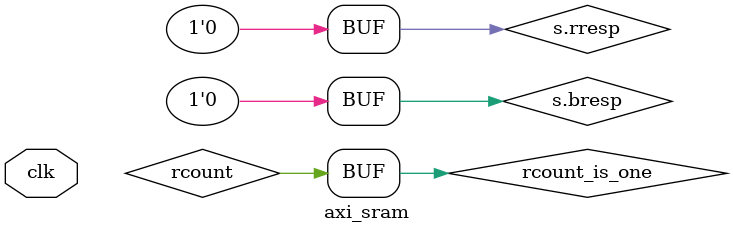
<source format=sv>

`timescale 1ns/1ps

module axi_sram(
	input clk,
	axi_ifc.slave s
	);

// inherit configuration from AXI interface
// sadly this does not work with localparam (at least in verilator)
`define IWIDTH $bits(s.awid)
`define AWIDTH $bits(s.awaddr)
`define DWIDTH $bits(s.wdata)
`define LWIDTH $bits(s.awlen)

// LIMITATIONS / TODO
// - only supports INCR bursts (and treats all bursts as INCR type)
// - investigate raising BVALID earlier to possibly save a cycle at EOB

typedef enum reg[1:0] { W_IDLE, W_DATA, W_ACK } wstate_t;
wstate_t wstate = W_IDLE;
wstate_t next_wstate;

wire do_mem_wr;

reg [`IWIDTH-1:0]next_bid;
reg next_awready;
reg next_wready;
reg next_bvalid;

reg [`AWIDTH-1:0]waddr = 0;
reg [`AWIDTH-1:0]next_waddr;

wire [`AWIDTH-1:0]waddr_plus_four;
assign waddr_plus_four = waddr + 32'h4;

assign do_mem_wr = s.wvalid & s.wready;

always_comb begin
	next_wstate = wstate;
	next_waddr = waddr;
	next_bid = s.bid;
	next_awready = 0;
	next_wready = 0;
	next_bvalid = 0;
	case (wstate)
	W_IDLE: begin
		if (s.awvalid & s.awready) begin
			next_waddr = s.awaddr;
			next_bid = s.awid;
			next_wstate = W_DATA;
			next_wready = 1;
		end else begin
			next_awready = 1;
		end
	end
	W_DATA: begin
		if (s.wvalid) begin
			next_waddr = waddr_plus_four;
			if (s.wlast) begin
				next_wstate = W_ACK;
				next_bvalid = 1;
			end else begin
				next_wready = 1;
			end
		end else begin
			next_wready = 1;
		end
	end
	W_ACK: begin
		if (s.bready) begin
			next_wstate = W_IDLE;
			next_waddr = s.awaddr;
			next_awready = 1;
		end else begin
			next_bvalid = 1;
		end
	end
	default: next_wstate = W_IDLE;
	endcase
end

typedef enum reg[0:0] { R_IDLE, R_DATA } rstate_t;
rstate_t rstate = R_IDLE;
rstate_t next_rstate;

reg [`IWIDTH-1:0]next_rid;
reg next_arready;
reg next_rvalid;
reg next_rlast;

reg [`LWIDTH-1:0]rcount = 0;
reg [`LWIDTH-1:0]next_rcount;
reg [`AWIDTH-1:0]raddr = 0;
reg [`AWIDTH-1:0]next_raddr;

wire [`AWIDTH-1:0]raddr_plus_four;
assign raddr_plus_four = raddr + 32'h4;

wire rcount_is_zero;
assign rcount_is_zero = (rcount == 0);

wire rcount_is_one;
assign rcount_is_one = (rcount == 1);

always_comb begin
	next_rstate = rstate;
	next_raddr = raddr;
	next_rid = s.rid;
	next_rcount = rcount;
	next_arready = 0;
	next_rvalid = 0;
	next_rlast = 0;
	case (rstate)
	R_IDLE: begin
		if (s.arready & s.arvalid) begin
			next_rstate = R_DATA;
			next_raddr = s.araddr;
			next_rid = s.arid;
			next_rcount = s.arlen;
			next_rvalid = 1;

			// special case for 1-beat bursts
			if (s.arlen == 0)
				next_rlast = 1;
		end else begin
			next_arready = 1;
		end
	end
	R_DATA: begin
		if (s.rready & s.rvalid) begin
			next_raddr = raddr_plus_four;
			next_rcount = rcount - 1;
			if (rcount_is_zero) begin
				next_rstate = R_IDLE;
				next_arready = 1;
			end else begin
				if (rcount_is_one)
					next_rlast = 1;
				next_rvalid = 1;
			end
		end else begin
			if (rcount_is_zero)
				next_rlast = 1;
			next_rvalid = 1;
		end
	end
	endcase
end

assign s.bresp = 0; // always OK
assign s.rresp = 0; // always OK

always_ff @(posedge clk) begin
	wstate <= next_wstate;
	waddr <= next_waddr;
	s.awready <= next_awready;
	s.wready <= next_wready;
	s.bvalid <= next_bvalid;
	s.bid <= next_bid;

	rstate <= next_rstate;
	raddr <= next_raddr;
	rcount <= next_rcount;
	s.arready <= next_arready;
	s.rvalid <= next_rvalid;
	s.rlast <= next_rlast;
	s.rid <= next_rid;
end

// --- sram ----

reg [`DWIDTH-1:0] memory[0:4095];

always @(posedge clk) begin
	if (do_mem_wr) begin
		$display("mem[%x] = %x", waddr, s.wdata);
		memory[waddr[13:2]] <= s.wdata;
	end
	//TODO: only when needed:
	s.rdata <= memory[next_raddr[13:2]];
end

endmodule

</source>
